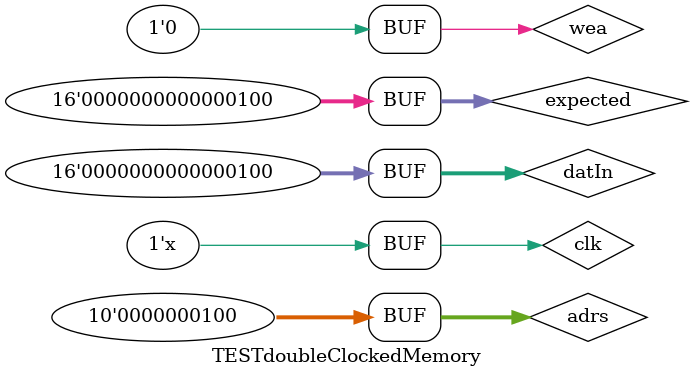
<source format=v>
`timescale 1ns / 1ps


module TESTdoubleClockedMemory;

	// Inputs
	reg clk;
	reg wea;
	reg [9:0] adrs;
	reg [15:0] datIn;
	

	// Outputs
	wire [15:0] datOut;
	reg [15:0] expected;

	// Instantiate the Unit Under Test (UUT)
	doubleClockedMemory uut (
		.clk(clk), 
		.wea(wea), 
		.adrs(adrs), 
		.datIn(datIn), 
		.datOut(datOut)
	);
	
	always @(clk) begin
		#5;
		clk = !clk;
	end

	initial begin
		// Initialize Inputs
		clk = 0;
		wea = 0;
		adrs = 0;
		datIn = 0;

		// Wait 100 ns for global reset to finish
		#100;
		expected = 0;
      adrs = 1; #5;
      adrs = 2; #5;
      adrs = 3; #5;
      adrs = 4; #5;
		datIn = 1; #5;
		datIn = 2; #5;
		datIn = 3; #5;
		datIn = 4; #5;
		
		wea = 1;
		adrs = 0; datIn = 0; #5;
		adrs = 1; datIn = 1; #5;
		adrs = 2; datIn = 2; #5;
		adrs = 3; datIn = 3; #5;
		adrs = 4; datIn = 4; #5;
		
		wea=0;
		adrs = 0; expected = 0; #5;
		adrs = 1; expected = 1; #5;
		adrs = 2; expected = 2; #5;
		adrs = 3; expected = 3; #5;
		adrs = 4; expected = 4; #5;
		  
		// Add stimulus here

	end
      
endmodule


</source>
